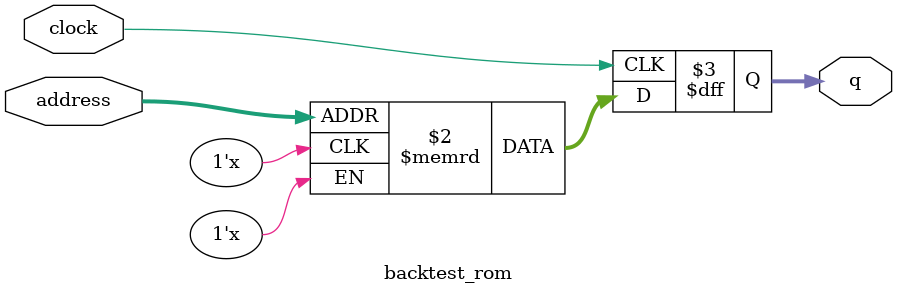
<source format=sv>
module backtest_rom (
	input logic clock,
	input logic [16:0] address,
	output logic [2:0] q
);

logic [2:0] memory [0:76799] /* synthesis ram_init_file = "./backtest/backtest.COE" */;

always_ff @ (posedge clock) begin
	q <= memory[address];
end

endmodule

</source>
